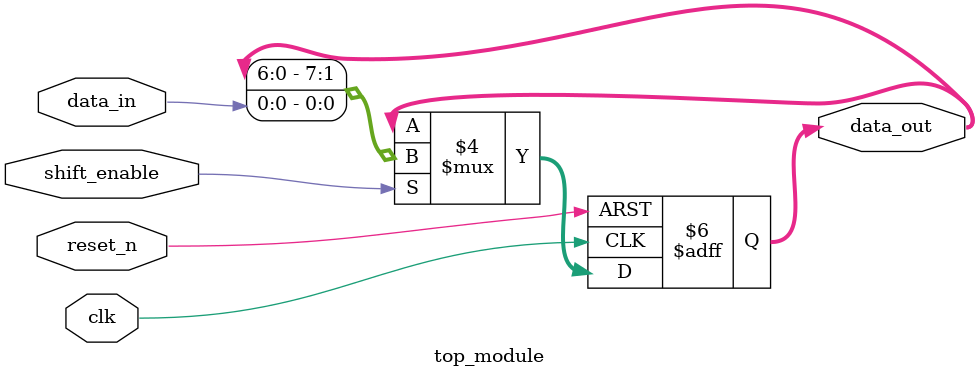
<source format=sv>
module top_module(
    input wire clk,
    input wire reset_n,
    input wire data_in,
    input wire shift_enable,
    output reg [7:0] data_out
);

always @(posedge clk or negedge reset_n) begin
    if (!reset_n) begin
        data_out <= 8'b0;
    end else if (shift_enable) begin
        data_out <= {data_out[6:0], data_in};
    end
end

initial begin
    data_out = 8'b0;
end

endmodule

</source>
